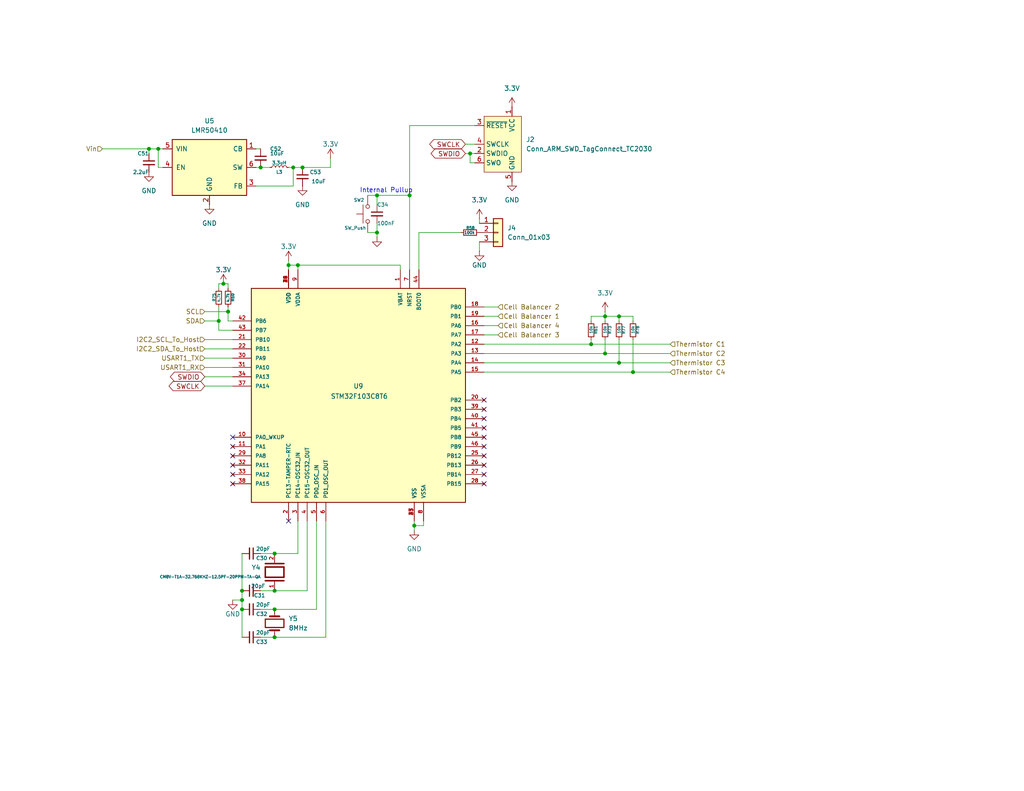
<source format=kicad_sch>
(kicad_sch (version 20250114) (generator "eeschema") (generator_version "9.0")
  (paper "A")
  (title_block (title "Battery Management System") (date "2025-04-21") (rev "0.0.4") (company "Portland State University") (comment 1 "Fernando Custodio, Tyler Tran") (comment 2 "Daniel Anishchenko, Cuauhtemoc Gomez, Cody Reid") (comment 3 "Capstone - Team #6"))
  (lib_symbols
    (symbol "CM8V-T1A-32.768KHZ-12.5PF-20PPM-TA-QA:CM8V-T1A-32.768KHZ-12.5PF-20PPM-TA-QA" (pin_names (offset 1.016))
      (property "Reference" "Y" (at -5.0878 3.8159 0))
      (property "Value" "CM8V-T1A-32.768KHZ-12.5PF-20PPM-TA-QA" (at -5.0944 -5.0944 0))
      (symbol "CM8V-T1A-32.768KHZ-12.5PF-20PPM-TA-QA_0_0"
        (polyline (pts (xy -2.3368 2.54) (xy -2.3368 -2.54)) (stroke (width 0.4064)))
        (polyline (pts (xy -1.397 2.54) (xy -1.397 -2.54)) (stroke (width 0.4064)))
        (polyline (pts (xy -1.397 2.54) (xy 1.397 2.54)) (stroke (width 0.4064)))
        (polyline (pts (xy 1.397 2.54) (xy 1.397 -2.54)) (stroke (width 0.4064)))
        (polyline (pts (xy 1.397 -2.54) (xy -1.397 -2.54)) (stroke (width 0.4064)))
        (polyline (pts (xy 2.3368 2.54) (xy 2.3368 -2.54)) (stroke (width 0.4064)))
        (pin passive line (at -5.08 0 0) (length 2.54) (name "~") (number "1"))
        (pin passive line (at 5.08 0 180) (length 2.54) (name "~") (number "2"))
      )
    )
    (symbol "Connector:Conn_ARM_SWD_TagConnect_TC2030" (in_bom no)
      (property "Reference" "J" (at 2.54 11.43 0))
      (property "Value" "Conn_ARM_SWD_TagConnect_TC2030" (at 5.08 8.89 0))
      (symbol "Conn_ARM_SWD_TagConnect_TC2030_0_0"
        (pin power_in line (at -2.54 10.16 270) (length 2.54) (name "VCC") (number "1"))
        (pin power_in line (at -2.54 -10.16 90) (length 2.54) (name "GND") (number "5"))
        (pin open_collector line (at 7.62 5.08 180) (length 2.54) (name "~{RESET}") (number "3"))
        (pin output line (at 7.62 0 180) (length 2.54) (name "SWCLK") (number "4"))
        (pin bidirectional line (at 7.62 -2.54 180) (length 2.54) (name "SWDIO") (number "2"))
        (pin input line (at 7.62 -5.08 180) (length 2.54) (name "SWO") (number "6"))
      )
      (symbol "Conn_ARM_SWD_TagConnect_TC2030_0_1"
        (rectangle (start -5.08 7.62) (end 5.08 -7.62) (fill (type background)))
      )
    )
    (symbol "Connector_Generic:Conn_01x03" (pin_names (offset 1.016) (hide yes))
      (property "Reference" "J" (at 0 5.08 0))
      (property "Value" "Conn_01x03" (at 0 -5.08 0))
      (symbol "Conn_01x03_1_1"
        (rectangle (start -1.27 3.81) (end 1.27 -3.81) (stroke (width 0.254)) (fill (type background)))
        (rectangle (start -1.27 2.667) (end 0 2.413) (stroke (width 0.1524)))
        (rectangle (start -1.27 0.127) (end 0 -0.127) (stroke (width 0.1524)))
        (rectangle (start -1.27 -2.413) (end 0 -2.667) (stroke (width 0.1524)))
        (pin passive line (at -5.08 2.54 0) (length 3.81) (name "Pin_1") (number "1"))
        (pin passive line (at -5.08 0 0) (length 3.81) (name "Pin_2") (number "2"))
        (pin passive line (at -5.08 -2.54 0) (length 3.81) (name "Pin_3") (number "3"))
      )
    )
    (symbol "Device:C_Small" (pin_numbers (hide yes)) (pin_names (offset 0.254) (hide yes))
      (property "Reference" "C" (at 0.254 1.778 0))
      (property "Value" "C_Small" (at 0.254 -2.032 0))
      (symbol "C_Small_0_1"
        (polyline (pts (xy -1.524 0.508) (xy 1.524 0.508)) (stroke (width 0.3048)))
        (polyline (pts (xy -1.524 -0.508) (xy 1.524 -0.508)) (stroke (width 0.3302)))
      )
      (symbol "C_Small_1_1"
        (pin passive line (at 0 2.54 270) (length 2.032) (name "~") (number "1"))
        (pin passive line (at 0 -2.54 90) (length 2.032) (name "~") (number "2"))
      )
    )
    (symbol "Device:Crystal" (pin_numbers (hide yes)) (pin_names (offset 1.016) (hide yes))
      (property "Reference" "Y" (at 0 3.81 0))
      (property "Value" "Crystal" (at 0 -3.81 0))
      (symbol "Crystal_0_1"
        (polyline (pts (xy -2.54 0) (xy -1.905 0)))
        (polyline (pts (xy -1.905 -1.27) (xy -1.905 1.27)) (stroke (width 0.508)))
        (rectangle (start -1.143 2.54) (end 1.143 -2.54) (stroke (width 0.3048)))
        (polyline (pts (xy 1.905 -1.27) (xy 1.905 1.27)) (stroke (width 0.508)))
        (polyline (pts (xy 2.54 0) (xy 1.905 0)))
      )
      (symbol "Crystal_1_1"
        (pin passive line (at -3.81 0 0) (length 1.27) (name "1") (number "1"))
        (pin passive line (at 3.81 0 180) (length 1.27) (name "2") (number "2"))
      )
    )
    (symbol "Device:L_Small" (pin_numbers (hide yes)) (pin_names (offset 0.254) (hide yes))
      (property "Reference" "L" (at 0.762 1.016 0))
      (property "Value" "L_Small" (at 0.762 -1.016 0))
      (symbol "L_Small_0_1"
        (arc (start 0 2.032) (mid 0.5058 1.524) (end 0 1.016))
        (arc (start 0 1.016) (mid 0.5058 0.508) (end 0 0))
        (arc (start 0 0) (mid 0.5058 -0.508) (end 0 -1.016))
        (arc (start 0 -1.016) (mid 0.5058 -1.524) (end 0 -2.032))
      )
      (symbol "L_Small_1_1"
        (pin passive line (at 0 2.54 270) (length 0.508) (name "~") (number "1"))
        (pin passive line (at 0 -2.54 90) (length 0.508) (name "~") (number "2"))
      )
    )
    (symbol "Device:R_Small" (pin_numbers (hide yes)) (pin_names (offset 0.254) (hide yes))
      (property "Reference" "R" (at 0 0 90))
      (property "Value" "R_Small" (at 1.778 0 90))
      (symbol "R_Small_0_1"
        (rectangle (start -0.762 1.778) (end 0.762 -1.778) (stroke (width 0.2032)))
      )
      (symbol "R_Small_1_1"
        (pin passive line (at 0 2.54 270) (length 0.762) (name "~") (number "1"))
        (pin passive line (at 0 -2.54 90) (length 0.762) (name "~") (number "2"))
      )
    )
    (symbol "Regulator_Switching:LMR50410" (pin_names (offset 1.016))
      (property "Reference" "U" (at -10.16 11.43 0))
      (property "Value" "LMR50410" (at -10.16 8.89 0))
      (symbol "LMR50410_0_1"
        (rectangle (start -10.16 7.62) (end 10.16 -7.62) (stroke (width 0.254)) (fill (type background)))
      )
      (symbol "LMR50410_1_1"
        (pin power_in line (at -12.7 5.08 0) (length 2.54) (name "VIN") (number "5"))
        (pin input line (at -12.7 0 0) (length 2.54) (name "EN") (number "4"))
        (pin power_in line (at 0 -10.16 90) (length 2.54) (name "GND") (number "2"))
        (pin input line (at 12.7 5.08 180) (length 2.54) (name "CB") (number "1"))
        (pin output line (at 12.7 0 180) (length 2.54) (name "SW") (number "6"))
        (pin input line (at 12.7 -5.08 180) (length 2.54) (name "FB") (number "3"))
      )
    )
    (symbol "STM32F103C8T6:STM32F103C8T6" (pin_names (offset 1.016))
      (property "Reference" "U9" (at 0 2.54 0))
      (property "Value" "STM32F103C8T6" (at 0.254 -0.254 0))
      (symbol "STM32F103C8T6_0_0"
        (rectangle (start -29.21 29.21) (end 29.21 -29.21) (stroke (width 0.254)) (fill (type background)))
        (pin bidirectional line (at -34.29 20.32 0) (length 5.08) (name "PB6") (number "42"))
        (pin bidirectional line (at -34.29 17.78 0) (length 5.08) (name "PB7") (number "43"))
        (pin bidirectional line (at -34.29 15.24 0) (length 5.08) (name "PB10") (number "21"))
        (pin bidirectional line (at -34.29 12.7 0) (length 5.08) (name "PB11") (number "22"))
        (pin bidirectional line (at -34.29 10.16 0) (length 5.08) (name "PA9") (number "30"))
        (pin bidirectional line (at -34.29 7.62 0) (length 5.08) (name "PA10") (number "31"))
        (pin bidirectional line (at -34.29 5.08 0) (length 5.08) (name "PA13") (number "34"))
        (pin bidirectional line (at -34.29 2.54 0) (length 5.08) (name "PA14") (number "37"))
        (pin bidirectional line (at -34.29 -11.43 0) (length 5.08) (name "PA0_WKUP") (number "10"))
        (pin power_in line (at -19.05 34.29 270) (length 5.08) (name "VDD") (number "24"))
        (pin power_in line (at -19.05 34.29 270) (length 5.08) (name "VDD") (number "36"))
        (pin power_in line (at -19.05 34.29 270) (length 5.08) (name "VDD") (number "48"))
        (pin bidirectional line (at -19.05 -34.29 90) (length 5.08) (name "PC13-TAMPER-RTC") (number "2"))
        (pin power_in line (at -16.51 34.29 270) (length 5.08) (name "VDDA") (number "9"))
        (pin bidirectional line (at -16.51 -34.29 90) (length 5.08) (name "PC14-OSC32_IN") (number "3"))
        (pin bidirectional line (at -13.97 -34.29 90) (length 5.08) (name "PC15-OSC32_OUT") (number "4"))
        (pin bidirectional line (at -11.43 -34.29 90) (length 5.08) (name "PD0_OSC_IN") (number "5"))
        (pin bidirectional line (at -8.89 -34.29 90) (length 5.08) (name "PD1_OSC_OUT") (number "6"))
        (pin bidirectional line (at 11.43 34.29 270) (length 5.08) (name "VBAT") (number "1"))
        (pin input line (at 13.97 34.29 270) (length 5.08) (name "NRST") (number "7"))
        (pin power_in line (at 15.24 -34.29 90) (length 5.08) (name "VSS") (number "23"))
        (pin power_in line (at 15.24 -34.29 90) (length 5.08) (name "VSS") (number "35"))
        (pin power_in line (at 15.24 -34.29 90) (length 5.08) (name "VSS") (number "47"))
        (pin input line (at 16.51 34.29 270) (length 5.08) (name "BOOT0") (number "44"))
        (pin power_in line (at 17.78 -34.29 90) (length 5.08) (name "VSSA") (number "8"))
        (pin bidirectional line (at 34.29 24.13 180) (length 5.08) (name "PB0") (number "18"))
        (pin bidirectional line (at 34.29 21.59 180) (length 5.08) (name "PB1") (number "19"))
        (pin bidirectional line (at 34.29 19.05 180) (length 5.08) (name "PA6") (number "16"))
        (pin bidirectional line (at 34.29 16.51 180) (length 5.08) (name "PA7") (number "17"))
        (pin bidirectional line (at 34.29 13.97 180) (length 5.08) (name "PA2") (number "12"))
        (pin bidirectional line (at 34.29 11.43 180) (length 5.08) (name "PA3") (number "13"))
        (pin bidirectional line (at 34.29 8.89 180) (length 5.08) (name "PA4") (number "14"))
        (pin bidirectional line (at 34.29 6.35 180) (length 5.08) (name "PA5") (number "15"))
      )
      (symbol "STM32F103C8T6_1_0"
        (pin no_connect line (at -34.29 -13.97 0) (length 5.08) (name "PA1") (number "11"))
        (pin no_connect line (at -34.29 -16.51 0) (length 5.08) (name "PA8") (number "29"))
        (pin no_connect line (at -34.29 -19.05 0) (length 5.08) (name "PA11") (number "32"))
        (pin no_connect line (at -34.29 -21.59 0) (length 5.08) (name "PA12") (number "33"))
        (pin no_connect line (at -34.29 -24.13 0) (length 5.08) (name "PA15") (number "38"))
        (pin no_connect line (at 34.29 -1.27 180) (length 5.08) (name "PB2") (number "20"))
        (pin no_connect line (at 34.29 -3.81 180) (length 5.08) (name "PB3") (number "39"))
        (pin no_connect line (at 34.29 -6.35 180) (length 5.08) (name "PB4") (number "40"))
        (pin no_connect line (at 34.29 -8.89 180) (length 5.08) (name "PB5") (number "41"))
        (pin no_connect line (at 34.29 -11.43 180) (length 5.08) (name "PB8") (number "45"))
        (pin no_connect line (at 34.29 -13.97 180) (length 5.08) (name "PB9") (number "46"))
        (pin no_connect line (at 34.29 -16.51 180) (length 5.08) (name "PB12") (number "25"))
        (pin no_connect line (at 34.29 -19.05 180) (length 5.08) (name "PB13") (number "26"))
        (pin no_connect line (at 34.29 -21.59 180) (length 5.08) (name "PB14") (number "27"))
        (pin no_connect line (at 34.29 -24.13 180) (length 5.08) (name "PB15") (number "28"))
      )
    )
    (symbol "Switch:SW_Push" (pin_numbers (hide yes)) (pin_names (offset 1.016) (hide yes))
      (property "Reference" "SW" (at 1.27 2.54 0))
      (property "Value" "SW_Push" (at 0 -1.524 0))
      (symbol "SW_Push_0_1"
        (circle (center -2.032 0) (radius 0.508))
        (polyline (pts (xy 0 1.27) (xy 0 3.048)))
        (circle (center 2.032 0) (radius 0.508))
        (polyline (pts (xy 2.54 1.27) (xy -2.54 1.27)))
        (pin passive line (at -5.08 0 0) (length 2.54) (name "1") (number "1"))
        (pin passive line (at 5.08 0 180) (length 2.54) (name "2") (number "2"))
      )
    )
    (symbol "power:GND" (power) (pin_numbers (hide yes)) (pin_names (offset 0) (hide yes))
      (property "Value" "GND" (at 0 -3.81 0))
      (symbol "GND_0_1"
        (polyline (pts (xy 0 0) (xy 0 -1.27) (xy 1.27 -1.27) (xy 0 -2.54) (xy -1.27 -1.27) (xy 0 -1.27)))
      )
      (symbol "GND_1_1"
        (pin power_in line (at 0 0 270) (length 0) (name "~") (number "1"))
      )
    )
    (symbol "power:VCC" (power) (pin_numbers (hide yes)) (pin_names (offset 0) (hide yes))
      (property "Value" "VCC" (at 0 3.556 0))
      (symbol "VCC_0_1"
        (polyline (pts (xy -0.762 1.27) (xy 0 2.54)))
        (polyline (pts (xy 0 2.54) (xy 0.762 1.27)))
        (polyline (pts (xy 0 0) (xy 0 2.54)))
      )
      (symbol "VCC_1_1"
        (pin power_in line (at 0 0 90) (length 0) (name "~") (number "1"))
      )
    )
  )
  (text "Internal Pullup" (at 105.41 52.07 0) (effects (font (size 1.27 1.27))))
  (junction (at 80.01 45.72))
  (junction (at 165.1 96.52))
  (junction (at 102.87 63.5))
  (junction (at 74.93 161.29))
  (junction (at 165.1 86.36))
  (junction (at 74.93 173.99))
  (junction (at 82.55 45.72))
  (junction (at 71.12 45.72))
  (junction (at 66.04 161.29))
  (junction (at 81.28 72.39))
  (junction (at 74.93 151.13))
  (junction (at 113.03 143.51))
  (junction (at 78.74 72.39))
  (junction (at 168.91 99.06))
  (junction (at 66.04 163.83))
  (junction (at 161.29 93.98))
  (junction (at 66.04 166.37))
  (junction (at 43.18 40.64))
  (junction (at 60.96 77.47))
  (junction (at 168.91 86.36))
  (junction (at 74.93 166.37))
  (junction (at 40.64 40.64))
  (junction (at 102.87 53.34))
  (junction (at 128.27 41.91))
  (junction (at 59.69 87.63))
  (junction (at 172.72 101.6))
  (junction (at 62.23 85.09))
  (junction (at 111.76 53.34))
  (no_connect (at 132.08 116.84))
  (no_connect (at 132.08 124.46))
  (no_connect (at 132.08 127))
  (no_connect (at 132.08 111.76))
  (no_connect (at 63.5 124.46))
  (no_connect (at 63.5 132.08))
  (no_connect (at 78.74 142.24))
  (no_connect (at 63.5 129.54))
  (no_connect (at 132.08 129.54))
  (no_connect (at 63.5 119.38))
  (no_connect (at 132.08 114.3))
  (no_connect (at 63.5 127))
  (no_connect (at 63.5 121.92))
  (no_connect (at 132.08 119.38))
  (no_connect (at 132.08 132.08))
  (no_connect (at 132.08 109.22))
  (no_connect (at 132.08 121.92))
  (wire (pts (xy 132.08 99.06) (xy 168.91 99.06)))
  (wire (pts (xy 40.64 40.64) (xy 40.64 41.91)))
  (wire (pts (xy 100.33 63.5) (xy 102.87 63.5)))
  (wire (pts (xy 55.88 97.79) (xy 63.5 97.79)))
  (wire (pts (xy 69.85 45.72) (xy 71.12 45.72)))
  (wire (pts (xy 59.69 83.82) (xy 59.69 87.63)))
  (wire (pts (xy 130.81 66.04) (xy 130.81 68.58)))
  (wire (pts (xy 168.91 92.71) (xy 168.91 99.06)))
  (wire (pts (xy 74.93 166.37) (xy 86.36 166.37)))
  (wire (pts (xy 109.22 73.66) (xy 109.22 72.39)))
  (wire (pts (xy 132.08 83.82) (xy 135.89 83.82)))
  (wire (pts (xy 55.88 87.63) (xy 59.69 87.63)))
  (wire (pts (xy 40.64 40.64) (xy 43.18 40.64)))
  (wire (pts (xy 44.45 45.72) (xy 43.18 45.72)))
  (wire (pts (xy 132.08 93.98) (xy 161.29 93.98)))
  (wire (pts (xy 55.88 92.71) (xy 63.5 92.71)))
  (wire (pts (xy 62.23 85.09) (xy 62.23 87.63)))
  (wire (pts (xy 82.55 45.72) (xy 90.17 45.72)))
  (wire (pts (xy 80.01 45.72) (xy 82.55 45.72)))
  (wire (pts (xy 132.08 101.6) (xy 172.72 101.6)))
  (wire (pts (xy 161.29 86.36) (xy 165.1 86.36)))
  (wire (pts (xy 55.88 105.41) (xy 63.5 105.41)))
  (wire (pts (xy 63.5 163.83) (xy 66.04 163.83)))
  (wire (pts (xy 78.74 72.39) (xy 78.74 73.66)))
  (wire (pts (xy 66.04 161.29) (xy 66.04 163.83)))
  (wire (pts (xy 59.69 90.17) (xy 63.5 90.17)))
  (wire (pts (xy 62.23 83.82) (xy 62.23 85.09)))
  (wire (pts (xy 111.76 34.29) (xy 129.54 34.29)))
  (wire (pts (xy 161.29 93.98) (xy 182.88 93.98)))
  (wire (pts (xy 88.9 142.24) (xy 88.9 173.99)))
  (wire (pts (xy 115.57 142.24) (xy 115.57 143.51)))
  (wire (pts (xy 165.1 96.52) (xy 182.88 96.52)))
  (wire (pts (xy 125.73 63.5) (xy 114.3 63.5)))
  (wire (pts (xy 102.87 63.5) (xy 102.87 64.77)))
  (wire (pts (xy 132.08 91.44) (xy 135.89 91.44)))
  (wire (pts (xy 127 41.91) (xy 128.27 41.91)))
  (wire (pts (xy 78.74 45.72) (xy 80.01 45.72)))
  (wire (pts (xy 74.93 173.99) (xy 88.9 173.99)))
  (wire (pts (xy 113.03 142.24) (xy 113.03 143.51)))
  (wire (pts (xy 69.85 50.8) (xy 80.01 50.8)))
  (wire (pts (xy 172.72 101.6) (xy 182.88 101.6)))
  (wire (pts (xy 165.1 86.36) (xy 168.91 86.36)))
  (wire (pts (xy 172.72 92.71) (xy 172.72 101.6)))
  (wire (pts (xy 71.12 173.99) (xy 74.93 173.99)))
  (wire (pts (xy 111.76 34.29) (xy 111.76 53.34)))
  (wire (pts (xy 59.69 78.74) (xy 59.69 77.47)))
  (wire (pts (xy 127 39.37) (xy 129.54 39.37)))
  (wire (pts (xy 80.01 50.8) (xy 80.01 45.72)))
  (wire (pts (xy 165.1 86.36) (xy 165.1 87.63)))
  (wire (pts (xy 71.12 45.72) (xy 73.66 45.72)))
  (wire (pts (xy 132.08 96.52) (xy 165.1 96.52)))
  (wire (pts (xy 55.88 85.09) (xy 62.23 85.09)))
  (wire (pts (xy 81.28 142.24) (xy 81.28 151.13)))
  (wire (pts (xy 66.04 163.83) (xy 66.04 166.37)))
  (wire (pts (xy 161.29 87.63) (xy 161.29 86.36)))
  (wire (pts (xy 66.04 166.37) (xy 66.04 173.99)))
  (wire (pts (xy 55.88 100.33) (xy 63.5 100.33)))
  (wire (pts (xy 83.82 142.24) (xy 83.82 161.29)))
  (wire (pts (xy 74.93 151.13) (xy 81.28 151.13)))
  (wire (pts (xy 165.1 92.71) (xy 165.1 96.52)))
  (wire (pts (xy 128.27 41.91) (xy 129.54 41.91)))
  (wire (pts (xy 71.12 166.37) (xy 74.93 166.37)))
  (wire (pts (xy 55.88 102.87) (xy 63.5 102.87)))
  (wire (pts (xy 81.28 73.66) (xy 81.28 72.39)))
  (wire (pts (xy 102.87 53.34) (xy 102.87 55.88)))
  (wire (pts (xy 114.3 63.5) (xy 114.3 73.66)))
  (wire (pts (xy 59.69 87.63) (xy 59.69 90.17)))
  (wire (pts (xy 115.57 143.51) (xy 113.03 143.51)))
  (wire (pts (xy 168.91 86.36) (xy 172.72 86.36)))
  (wire (pts (xy 128.27 44.45) (xy 128.27 41.91)))
  (wire (pts (xy 71.12 151.13) (xy 74.93 151.13)))
  (wire (pts (xy 71.12 161.29) (xy 74.93 161.29)))
  (wire (pts (xy 59.69 77.47) (xy 60.96 77.47)))
  (wire (pts (xy 165.1 85.09) (xy 165.1 86.36)))
  (wire (pts (xy 81.28 72.39) (xy 78.74 72.39)))
  (wire (pts (xy 43.18 45.72) (xy 43.18 40.64)))
  (wire (pts (xy 55.88 95.25) (xy 63.5 95.25)))
  (wire (pts (xy 78.74 71.12) (xy 78.74 72.39)))
  (wire (pts (xy 129.54 44.45) (xy 128.27 44.45)))
  (wire (pts (xy 43.18 40.64) (xy 44.45 40.64)))
  (wire (pts (xy 109.22 72.39) (xy 81.28 72.39)))
  (wire (pts (xy 168.91 86.36) (xy 168.91 87.63)))
  (wire (pts (xy 132.08 86.36) (xy 135.89 86.36)))
  (wire (pts (xy 102.87 60.96) (xy 102.87 63.5)))
  (wire (pts (xy 62.23 77.47) (xy 60.96 77.47)))
  (wire (pts (xy 111.76 53.34) (xy 102.87 53.34)))
  (wire (pts (xy 69.85 40.64) (xy 71.12 40.64)))
  (wire (pts (xy 168.91 99.06) (xy 182.88 99.06)))
  (wire (pts (xy 111.76 53.34) (xy 111.76 73.66)))
  (wire (pts (xy 132.08 88.9) (xy 135.89 88.9)))
  (wire (pts (xy 130.81 60.96) (xy 130.81 59.69)))
  (wire (pts (xy 161.29 92.71) (xy 161.29 93.98)))
  (wire (pts (xy 74.93 161.29) (xy 83.82 161.29)))
  (wire (pts (xy 62.23 87.63) (xy 63.5 87.63)))
  (wire (pts (xy 100.33 53.34) (xy 102.87 53.34)))
  (wire (pts (xy 90.17 43.18) (xy 90.17 45.72)))
  (wire (pts (xy 86.36 142.24) (xy 86.36 166.37)))
  (wire (pts (xy 172.72 86.36) (xy 172.72 87.63)))
  (wire (pts (xy 27.94 40.64) (xy 40.64 40.64)))
  (wire (pts (xy 66.04 151.13) (xy 66.04 161.29)))
  (wire (pts (xy 62.23 78.74) (xy 62.23 77.47)))
  (wire (pts (xy 113.03 143.51) (xy 113.03 144.78)))
  (global_label "SWCLK" (shape bidirectional) (at 127 39.37 180) (property "Intersheetrefs" "${INTERSHEET_REFS}" (effects (hide yes))))
  (global_label "SWDIO" (shape bidirectional) (at 127 41.91 180) (property "Intersheetrefs" "${INTERSHEET_REFS}" (effects (hide yes))))
  (global_label "SWDIO" (shape bidirectional) (at 55.88 102.87 180) (property "Intersheetrefs" "${INTERSHEET_REFS}" (effects (hide yes))))
  (global_label "SWCLK" (shape bidirectional) (at 55.88 105.41 180) (property "Intersheetrefs" "${INTERSHEET_REFS}" (effects (hide yes))))
  (hierarchical_label "SCL" (shape input) (at 55.88 85.09 180))
  (hierarchical_label "Thermistor C1" (shape input) (at 182.88 93.98 0))
  (hierarchical_label "I2C2_SCL_To_Host" (shape input) (at 55.88 92.71 180))
  (hierarchical_label "USART1_RX" (shape input) (at 55.88 100.33 180))
  (hierarchical_label "Thermistor C2" (shape input) (at 182.88 96.52 0))
  (hierarchical_label "USART1_TX" (shape input) (at 55.88 97.79 180))
  (hierarchical_label "Cell Balancer 2" (shape input) (at 135.89 83.82 0))
  (hierarchical_label "SDA" (shape input) (at 55.88 87.63 180))
  (hierarchical_label "Vin" (shape input) (at 27.94 40.64 180))
  (hierarchical_label "Thermistor C4" (shape input) (at 182.88 101.6 0))
  (hierarchical_label "Cell Balancer 1" (shape input) (at 135.89 86.36 0))
  (hierarchical_label "I2C2_SDA_To_Host" (shape input) (at 55.88 95.25 180))
  (hierarchical_label "Cell Balancer 3" (shape input) (at 135.89 91.44 0))
  (hierarchical_label "Thermistor C3" (shape input) (at 182.88 99.06 0))
  (hierarchical_label "Cell Balancer 4" (shape input) (at 135.89 88.9 0))
  (symbol (lib_id "Connector_Generic:Conn_01x03") (at 135.89 63.5 0) (unit 1)
    (property "Reference" "J4" (at 138.43 62.2299 0) (effects (justify left)))
    (property "Value" "Conn_01x03" (at 138.43 64.7699 0) (effects (justify left)))
    (property "Footprint" "Connector_PinHeader_2.54mm:PinHeader_1x03_P2.54mm_Vertical" (effects (hide yes)))
    (property "Description" "Generic connector, single row, 01x03, script generated (kicad-library-utils/schlib/autogen/connector/)" (effects (hide yes)))
  )
  (symbol (lib_id "Device:R_Small") (at 165.1 90.17 0) (mirror y) (unit 1)
    (property "Reference" "R73" (at 166.37 88.9 90) (effects (font (size 0.762 0.762)) (justify right)))
    (property "Value" "10k" (at 165.1 88.9 90) (effects (font (size 0.762 0.762)) (justify right)))
    (property "Footprint" "Resistor_SMD:R_0603_1608Metric" (effects (hide yes)))
    (property "Description" "Resistor, small symbol" (effects (hide yes)))
  )
  (symbol (lib_id "Device:C_Small") (at 71.12 43.18 0) (unit 1)
    (property "Reference" "C52" (at 73.66 40.64 0) (effects (font (size 1.016 1.016)) (justify left)))
    (property "Value" "10uF" (at 73.66 41.91 0) (effects (font (size 1.016 1.016)) (justify left)))
    (property "Footprint" "Capacitor_SMD:C_1206_3216Metric" (effects (hide yes)))
    (property "Description" "Unpolarized capacitor, small symbol" (effects (hide yes)))
    (property "MFR" "SAMSUNG" (effects (hide yes)))
    (property "MPN" "CL31A106KBHNNNE" (effects (hide yes)))
  )
  (symbol (lib_id "Device:C_Small") (at 68.58 173.99 270) (unit 1)
    (property "Reference" "C33" (at 69.85 175.26 90) (effects (font (size 1.016 1.016)) (justify left)))
    (property "Value" "20pF" (at 69.85 172.72 90) (effects (font (size 1.016 1.016)) (justify left)))
    (property "Footprint" "Capacitor_SMD:C_0603_1608Metric" (effects (hide yes)))
    (property "Description" "Unpolarized capacitor, small symbol" (effects (hide yes)))
  )
  (symbol (lib_id "Device:R_Small") (at 59.69 81.28 0) (unit 1)
    (property "Reference" "R75" (at 58.42 80.01 90) (effects (font (size 0.762 0.762)) (justify right)))
    (property "Value" "4.7k" (at 59.69 80.01 90) (effects (font (size 0.762 0.762)) (justify right)))
    (property "Footprint" "Resistor_SMD:R_0603_1608Metric" (effects (hide yes)))
    (property "Description" "Resistor, small symbol" (effects (hide yes)))
  )
  (symbol (lib_id "power:VCC") (at 78.74 71.12 0) (unit 1)
    (property "Reference" "#PWR030" (effects (hide yes)))
    (property "Value" "3.3V" (at 78.74 67.31 0))
    (property "Description" "Power symbol creates a global label with name \"VCC\"" (effects (hide yes)))
  )
  (symbol (lib_id "Device:R_Small") (at 128.27 63.5 270) (unit 1)
    (property "Reference" "R58" (at 129.54 62.23 90) (effects (font (size 0.762 0.762)) (justify right)))
    (property "Value" "100k" (at 129.54 63.5 90) (effects (font (size 0.762 0.762)) (justify right)))
    (property "Footprint" "Resistor_SMD:R_0603_1608Metric" (effects (hide yes)))
    (property "Description" "Resistor, small symbol" (effects (hide yes)))
  )
  (symbol (lib_id "power:VCC") (at 165.1 85.09 0) (unit 1)
    (property "Reference" "#PWR089" (effects (hide yes)))
    (property "Value" "3.3V" (at 165.1 80.01 0))
    (property "Description" "Power symbol creates a global label with name \"VCC\"" (effects (hide yes)))
  )
  (symbol (lib_id "Device:C_Small") (at 68.58 161.29 90) (unit 1)
    (property "Reference" "C31" (at 72.39 162.56 90) (effects (font (size 1.016 1.016)) (justify left)))
    (property "Value" "20pF" (at 72.39 160.02 90) (effects (font (size 1.016 1.016)) (justify left)))
    (property "Footprint" "Capacitor_SMD:C_0603_1608Metric" (effects (hide yes)))
    (property "Description" "Unpolarized capacitor, small symbol" (effects (hide yes)))
  )
  (symbol (lib_id "Device:C_Small") (at 102.87 58.42 0) (unit 1)
    (property "Reference" "C34" (at 102.87 55.88 0) (effects (font (size 1.016 1.016)) (justify left)))
    (property "Value" "100nF" (at 102.87 60.96 0) (effects (font (size 1.016 1.016)) (justify left)))
    (property "Footprint" "Capacitor_SMD:C_0603_1608Metric" (effects (hide yes)))
    (property "Description" "Unpolarized capacitor, small symbol" (effects (hide yes)))
  )
  (symbol (lib_id "Device:C_Small") (at 68.58 166.37 270) (unit 1)
    (property "Reference" "C32" (at 69.85 167.64 90) (effects (font (size 1.016 1.016)) (justify left)))
    (property "Value" "20pF" (at 69.85 165.1 90) (effects (font (size 1.016 1.016)) (justify left)))
    (property "Footprint" "Capacitor_SMD:C_0603_1608Metric" (effects (hide yes)))
    (property "Description" "Unpolarized capacitor, small symbol" (effects (hide yes)))
  )
  (symbol (lib_id "power:GND") (at 40.64 46.99 0) (unit 1)
    (property "Reference" "#PWR086" (effects (hide yes)))
    (property "Value" "GND" (at 40.64 52.07 0))
    (property "Description" "Power symbol creates a global label with name \"GND\" , ground" (effects (hide yes)))
  )
  (symbol (lib_id "STM32F103C8T6:STM32F103C8T6") (at 97.79 107.95 0) (unit 1)
    (property "Reference" "U9" (at 97.79 105.41 0))
    (property "Value" "STM32F103C8T6" (at 98.044 108.204 0))
    (property "Footprint" "STM32F103C8T6:QFP50P900X900X160-48N" (effects (hide yes)))
    (property "Description_1" "ARM® Cortex®-M3 STM32F1 Microcontroller IC 32-Bit 72MHz 64KB (64K x 8) FLASH 48-LQFP (7x7)" (effects (hide yes)))
    (property "Package" "LQFP-48 STMicroelectronics" (effects (hide yes)))
    (property "Price" "None" (effects (hide yes)))
    (property "Check_prices" "https://www.snapeda.com/parts/STM32F103C8T6/STMicroelectronics/view-part/?ref=eda" (effects (hide yes)))
    (property "STANDARD" "IPC7351B" (effects (hide yes)))
    (property "PARTREV" "10" (effects (hide yes)))
    (property "SnapEDA_Link" "https://www.snapeda.com/parts/STM32F103C8T6/STMicroelectronics/view-part/?ref=snap" (effects (hide yes)))
    (property "Availability" "In Stock" (effects (hide yes)))
    (property "MANUFACTURER" "ST Microelectronics" (effects (hide yes)))
    (property "MFR" "STMicroelectronics" (effects (hide yes)))
    (property "MPN" "STM32F103C8T6" (effects (hide yes)))
  )
  (symbol (lib_id "Device:R_Small") (at 168.91 90.17 0) (mirror y) (unit 1)
    (property "Reference" "R77" (at 170.18 88.9 90) (effects (font (size 0.762 0.762)) (justify right)))
    (property "Value" "10k" (at 168.91 88.9 90) (effects (font (size 0.762 0.762)) (justify right)))
    (property "Footprint" "Resistor_SMD:R_0603_1608Metric" (effects (hide yes)))
    (property "Description" "Resistor, small symbol" (effects (hide yes)))
  )
  (symbol (lib_id "Device:R_Small") (at 161.29 90.17 0) (mirror y) (unit 1)
    (property "Reference" "R61" (at 162.56 88.9 90) (effects (font (size 0.762 0.762)) (justify right)))
    (property "Value" "10k" (at 161.29 88.9 90) (effects (font (size 0.762 0.762)) (justify right)))
    (property "Footprint" "Resistor_SMD:R_0603_1608Metric" (effects (hide yes)))
    (property "Description" "Resistor, small symbol" (effects (hide yes)))
  )
  (symbol (lib_id "power:GND") (at 130.81 68.58 0) (unit 1)
    (property "Reference" "#PWR055" (effects (hide yes)))
    (property "Value" "GND" (at 130.81 72.39 0))
    (property "Description" "Power symbol creates a global label with name \"GND\" , ground" (effects (hide yes)))
  )
  (symbol (lib_id "Device:L_Small") (at 76.2 45.72 90) (unit 1)
    (property "Reference" "L3" (at 76.2 46.99 90) (effects (font (size 0.889 0.889))))
    (property "Value" "3.3uH" (at 76.2 44.45 90) (effects (font (size 0.889 0.889))))
    (property "Footprint" "Inductor_SMD:L_1008_2520Metric_Pad1.43x2.20mm_HandSolder" (effects (hide yes)))
    (property "Description" "Inductor, small symbol" (effects (hide yes)))
  )
  (symbol (lib_id "Device:R_Small") (at 172.72 90.17 0) (mirror y) (unit 1)
    (property "Reference" "R78" (at 173.99 88.9 90) (effects (font (size 0.762 0.762)) (justify right)))
    (property "Value" "10k" (at 172.72 88.9 90) (effects (font (size 0.762 0.762)) (justify right)))
    (property "Footprint" "Resistor_SMD:R_0603_1608Metric" (effects (hide yes)))
    (property "Description" "Resistor, small symbol" (effects (hide yes)))
  )
  (symbol (lib_id "Device:C_Small") (at 40.64 44.45 0) (mirror y) (unit 1)
    (property "Reference" "C51" (at 40.64 41.91 0) (effects (font (size 1.016 1.016)) (justify left)))
    (property "Value" "2.2uF" (at 40.64 46.99 0) (effects (font (size 1.016 1.016)) (justify left)))
    (property "Footprint" "Capacitor_SMD:C_1206_3216Metric" (effects (hide yes)))
    (property "Description" "Unpolarized capacitor, small symbol" (effects (hide yes)))
  )
  (symbol (lib_id "Device:Crystal") (at 74.93 170.18 90) (unit 1)
    (property "Reference" "Y5" (at 78.74 168.9099 90) (effects (justify right)))
    (property "Value" "8MHz" (at 78.74 171.4499 90) (effects (justify right)))
    (property "Footprint" "Crystal:Crystal_SMD_5032-2Pin_5.0x3.2mm" (effects (hide yes)))
    (property "Description" "Two pin crystal" (effects (hide yes)))
  )
  (symbol (lib_id "power:VCC") (at 60.96 77.47 0) (unit 1)
    (property "Reference" "#PWR031" (effects (hide yes)))
    (property "Value" "3.3V" (at 60.96 73.66 0))
    (property "Description" "Power symbol creates a global label with name \"VCC\"" (effects (hide yes)))
  )
  (symbol (lib_id "Device:R_Small") (at 62.23 81.28 0) (mirror y) (unit 1)
    (property "Reference" "R60" (at 63.5 80.01 90) (effects (font (size 0.762 0.762)) (justify right)))
    (property "Value" "4.7k" (at 62.23 80.01 90) (effects (font (size 0.762 0.762)) (justify right)))
    (property "Footprint" "Resistor_SMD:R_0603_1608Metric" (effects (hide yes)))
    (property "Description" "Resistor, small symbol" (effects (hide yes)))
  )
  (symbol (lib_id "power:GND") (at 57.15 55.88 0) (unit 1)
    (property "Reference" "#PWR085" (effects (hide yes)))
    (property "Value" "GND" (at 57.15 60.96 0))
    (property "Description" "Power symbol creates a global label with name \"GND\" , ground" (effects (hide yes)))
  )
  (symbol (lib_id "power:VCC") (at 139.7 29.21 0) (unit 1)
    (property "Reference" "#PWR073" (effects (hide yes)))
    (property "Value" "3.3V" (at 139.7 24.13 0))
    (property "Description" "Power symbol creates a global label with name \"VCC\"" (effects (hide yes)))
  )
  (symbol (lib_id "Device:C_Small") (at 68.58 151.13 270) (unit 1)
    (property "Reference" "C30" (at 69.85 152.4 90) (effects (font (size 1.016 1.016)) (justify left)))
    (property "Value" "20pF" (at 69.85 149.86 90) (effects (font (size 1.016 1.016)) (justify left)))
    (property "Footprint" "Capacitor_SMD:C_0603_1608Metric" (effects (hide yes)))
    (property "Description" "Unpolarized capacitor, small symbol" (effects (hide yes)))
  )
  (symbol (lib_id "power:GND") (at 82.55 50.8 0) (unit 1)
    (property "Reference" "#PWR087" (effects (hide yes)))
    (property "Value" "GND" (at 82.55 55.88 0))
    (property "Description" "Power symbol creates a global label with name \"GND\" , ground" (effects (hide yes)))
  )
  (symbol (lib_id "CM8V-T1A-32.768KHZ-12.5PF-20PPM-TA-QA:CM8V-T1A-32.768KHZ-12.5PF-20PPM-TA-QA") (at 74.93 156.21 270) (mirror x) (unit 1)
    (property "Reference" "Y4" (at 71.12 154.94 90) (effects (justify right)))
    (property "Value" "CM8V-T1A-32.768KHZ-12.5PF-20PPM-TA-QA" (at 71.12 157.48 90) (effects (font (size 0.762 0.762)) (justify right)))
    (property "Footprint" "CM8V-T1A-32.768KHZ:XTAL_CM8V-T1A-32.768KHZ-12.5PF-20PPM-TA-QA" (effects (hide yes)))
    (property "MAXIMUM_PACKAGE_HEIGHT" "0.6 mm" (effects (hide yes)))
    (property "Package" "SMD-2 Micro Crystal" (effects (hide yes)))
    (property "Price" "None" (effects (hide yes)))
    (property "Check_prices" "https://www.snapeda.com/parts/CM8V-T1A-32.768KHZ-12.5PF-20PPM-TA-QA/Micro+Crystal+AG/view-part/?ref=eda" (effects (hide yes)))
    (property "STANDARD" "Manufacturer Recommendations" (effects (hide yes)))
    (property "PARTREV" "1.3/03.2021" (effects (hide yes)))
    (property "SnapEDA_Link" "https://www.snapeda.com/parts/CM8V-T1A-32.768KHZ-12.5PF-20PPM-TA-QA/Micro+Crystal+AG/view-part/?ref=snap" (effects (hide yes)))
    (property "Description_1" "32.768 kHz ±20ppm Crystal 12.5pF 70 kOhms 2-SMD, No Lead" (effects (hide yes)))
    (property "Availability" "In Stock" (effects (hide yes)))
    (property "MANUFACTURER" "Micro Crystal" (effects (hide yes)))
    (property "MFR" "Micro Crystal AG" (effects (hide yes)))
    (property "MPN" "CM8V-T1A-32.768KHZ-12.5PF-20PPM-TA-QA" (effects (hide yes)))
  )
  (symbol (lib_id "Regulator_Switching:LMR50410") (at 57.15 45.72 0) (unit 1)
    (property "Reference" "U5" (at 57.15 33.02 0))
    (property "Value" "LMR50410" (at 57.15 35.56 0))
    (property "Footprint" "Package_TO_SOT_SMD:SOT-23-6" (effects (hide yes)))
    (property "Datasheet" "http://www.ti.com/lit/ds/symlink/lmr50410.pdf" (effects (hide yes)))
    (property "Description" "Simple Switcher Buck Regulator, Vin=4-36V, Iout=1A, Adjustable output voltage, SOT-23-6 package" (effects (hide yes)))
  )
  (symbol (lib_id "power:GND") (at 113.03 144.78 0) (unit 1)
    (property "Reference" "#PWR051" (effects (hide yes)))
    (property "Value" "GND" (at 113.03 149.86 0))
    (property "Description" "Power symbol creates a global label with name \"GND\" , ground" (effects (hide yes)))
  )
  (symbol (lib_id "Device:C_Small") (at 82.55 48.26 0) (mirror y) (unit 1)
    (property "Reference" "C53" (at 87.63 46.99 0) (effects (font (size 1.016 1.016)) (justify left)))
    (property "Value" "10uF" (at 88.9 49.53 0) (effects (font (size 1.016 1.016)) (justify left)))
    (property "Footprint" "Capacitor_SMD:C_1206_3216Metric" (effects (hide yes)))
    (property "Description" "Unpolarized capacitor, small symbol" (effects (hide yes)))
    (property "MFR" "SAMSUNG" (effects (hide yes)))
    (property "MPN" "CL31A106KBHNNNE" (effects (hide yes)))
  )
  (symbol (lib_id "power:GND") (at 102.87 64.77 0) (unit 1)
    (property "Reference" "#PWR021" (effects (hide yes)))
    (property "Value" "GND" (at 106.68 66.04 0) (effects (font (size 0.001 0.001)) (justify left)))
    (property "Description" "Power symbol creates a global label with name \"GND\" , ground" (effects (hide yes)))
  )
  (symbol (lib_id "power:VCC") (at 130.81 59.69 0) (unit 1)
    (property "Reference" "#PWR054" (effects (hide yes)))
    (property "Value" "3.3V" (at 130.81 54.61 0))
    (property "Description" "Power symbol creates a global label with name \"VCC\"" (effects (hide yes)))
  )
  (symbol (lib_id "power:GND") (at 63.5 163.83 0) (unit 1)
    (property "Reference" "#PWR056" (effects (hide yes)))
    (property "Value" "GND" (at 63.5 167.64 0))
    (property "Description" "Power symbol creates a global label with name \"GND\" , ground" (effects (hide yes)))
  )
  (symbol (lib_id "Connector:Conn_ARM_SWD_TagConnect_TC2030") (at 137.16 39.37 0) (mirror y) (unit 1) (in_bom no)
    (property "Reference" "J2" (at 143.51 38.0999 0) (effects (justify right)))
    (property "Value" "Conn_ARM_SWD_TagConnect_TC2030" (at 143.51 40.6399 0) (effects (justify right)))
    (property "Footprint" "Connector:Tag-Connect_TC2030-IDC-FP_2x03_P1.27mm_Vertical" (effects (hide yes)))
    (property "Datasheet" "https://www.tag-connect.com/wp-content/uploads/bsk-pdf-manager/TC2030-CTX_1.pdf" (effects (hide yes)))
    (property "Description" "Tag-Connect ARM Cortex SWD JTAG connector, 6 pin" (effects (hide yes)))
  )
  (symbol (lib_id "Switch:SW_Push") (at 100.33 58.42 90) (unit 1)
    (property "Reference" "SW2" (at 96.52 54.61 90) (effects (font (size 0.889 0.889)) (justify right)))
    (property "Value" "SW_Push" (at 93.98 62.23 90) (effects (font (size 0.889 0.889)) (justify right)))
    (property "Footprint" "Button_Switch_SMD:SW_Push_1P1T_NO_CK_KMR2" (effects (hide yes)))
    (property "Description" "Push button switch, generic, two pins" (effects (hide yes)))
  )
  (symbol (lib_id "power:GND") (at 139.7 49.53 0) (unit 1)
    (property "Reference" "#PWR072" (effects (hide yes)))
    (property "Value" "GND" (at 139.7 54.61 0))
    (property "Description" "Power symbol creates a global label with name \"GND\" , ground" (effects (hide yes)))
  )
  (symbol (lib_id "power:VCC") (at 90.17 43.18 0) (unit 1)
    (property "Reference" "#PWR053" (effects (hide yes)))
    (property "Value" "3.3V" (at 90.17 39.37 0))
    (property "Description" "Power symbol creates a global label with name \"VCC\"" (effects (hide yes)))
  )
)
</source>
